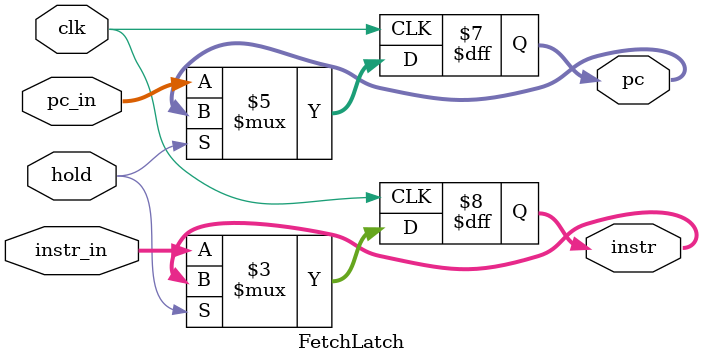
<source format=v>
`timescale 1ns / 1ps


module FetchLatch(
     input clk,
     input hold,
     input [31:0] pc_in,
     input [31:0] instr_in,
     output reg [31:0] pc,
     output reg [31:0] instr
    );
    always @(posedge clk) begin
        if (~hold) begin
            pc <= pc_in;
            instr <= instr_in;
        end
    end
endmodule

</source>
